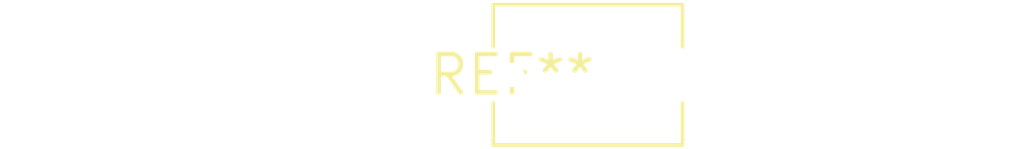
<source format=kicad_pcb>
(kicad_pcb (version 20240108) (generator pcbnew)
  (layers (0 "F.Cu" signal) (31 "B.Cu" signal) (34 "B.Paste" user) (35 "F.Paste" user) (36 "B.SilkS" user "B.Silkscreen") (37 "F.SilkS" user "F.Silkscreen") (38 "B.Mask" user) (39 "F.Mask" user) (44 "Edge.Cuts" user))
  (net 0 "")
  (footprint "C_Disc_D6.0mm_W4.4mm_P5.00mm" (layer "F.Cu") (at 0 0)
    (property "Reference" "REF**")
    (property "Value" "C_Disc_D6.0mm_W4.4mm_P5.00mm")
    (fp_line (start -0.62 -2.321) (end -0.62 -0.925) (layer "F.SilkS") (stroke (width 0.12)))
    (fp_line (start -0.62 -2.321) (end 5.62 -2.321) (layer "F.SilkS") (stroke (width 0.12)))
    (fp_line (start -0.62 0.925) (end -0.62 2.321) (layer "F.SilkS") (stroke (width 0.12)))
    (fp_line (start -0.62 2.321) (end 5.62 2.321) (layer "F.SilkS") (stroke (width 0.12)))
    (fp_line (start 5.62 -2.321) (end 5.62 -0.925) (layer "F.SilkS") (stroke (width 0.12)))
    (fp_line (start 5.62 0.925) (end 5.62 2.321) (layer "F.SilkS") (stroke (width 0.12)))
    (pad "1" thru_hole circle (at 0 0) (size 1.6 1.6) (drill 0.8) (layers *.Cu *.Mask) (remove_unused_layers))
    (pad "2" thru_hole circle (at 5 0) (size 1.6 1.6) (drill 0.8) (layers *.Cu *.Mask) (remove_unused_layers))
  )
)
</source>
